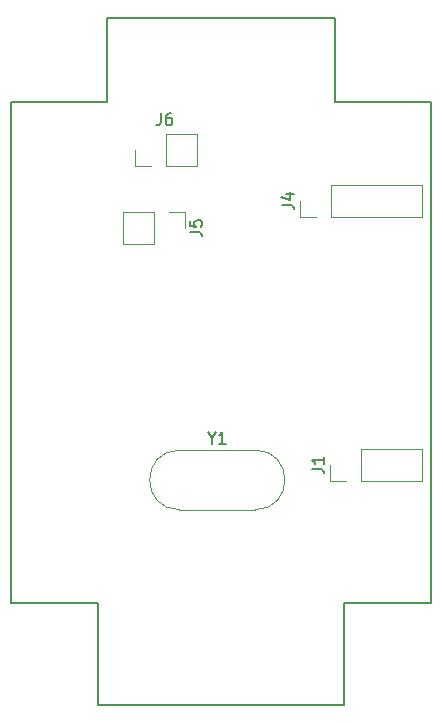
<source format=gbr>
%TF.GenerationSoftware,KiCad,Pcbnew,(5.0.2)-1*%
%TF.CreationDate,2019-05-13T13:04:59+03:00*%
%TF.ProjectId,timer,74696d65-722e-46b6-9963-61645f706362,rev?*%
%TF.SameCoordinates,Original*%
%TF.FileFunction,Legend,Top*%
%TF.FilePolarity,Positive*%
%FSLAX46Y46*%
G04 Gerber Fmt 4.6, Leading zero omitted, Abs format (unit mm)*
G04 Created by KiCad (PCBNEW (5.0.2)-1) date 13.05.2019 13:04:59*
%MOMM*%
%LPD*%
G01*
G04 APERTURE LIST*
%ADD10C,0.150000*%
%ADD11C,0.120000*%
G04 APERTURE END LIST*
D10*
X54102000Y-32004000D02*
X62230000Y-32004000D01*
X54102000Y-24892000D02*
X54102000Y-32004000D01*
X34798000Y-32004000D02*
X34798000Y-24892000D01*
X26670000Y-32004000D02*
X34798000Y-32004000D01*
X62230000Y-74422000D02*
X54864000Y-74422000D01*
X54864000Y-74422000D02*
X54864000Y-83058000D01*
X34036000Y-74422000D02*
X34036000Y-83058000D01*
X26670000Y-74422000D02*
X34036000Y-74422000D01*
X26670000Y-74422000D02*
X26670000Y-32004000D01*
X54864000Y-83058000D02*
X34036000Y-83058000D01*
X62230000Y-32004000D02*
X62230000Y-74422000D01*
X34798000Y-24892000D02*
X54102000Y-24892000D01*
D11*
X61401000Y-64068000D02*
X61401000Y-61408000D01*
X56261000Y-64068000D02*
X61401000Y-64068000D01*
X56261000Y-61408000D02*
X61401000Y-61408000D01*
X56261000Y-64068000D02*
X56261000Y-61408000D01*
X54991000Y-64068000D02*
X53661000Y-64068000D01*
X53661000Y-64068000D02*
X53661000Y-62738000D01*
X61401000Y-41716000D02*
X61401000Y-39056000D01*
X53721000Y-41716000D02*
X61401000Y-41716000D01*
X53721000Y-39056000D02*
X61401000Y-39056000D01*
X53721000Y-41716000D02*
X53721000Y-39056000D01*
X52451000Y-41716000D02*
X51121000Y-41716000D01*
X51121000Y-41716000D02*
X51121000Y-40386000D01*
X36135000Y-41342000D02*
X36135000Y-44002000D01*
X38735000Y-41342000D02*
X36135000Y-41342000D01*
X38735000Y-44002000D02*
X36135000Y-44002000D01*
X38735000Y-41342000D02*
X38735000Y-44002000D01*
X40005000Y-41342000D02*
X41335000Y-41342000D01*
X41335000Y-41342000D02*
X41335000Y-42672000D01*
X42351000Y-37398000D02*
X42351000Y-34738000D01*
X39751000Y-37398000D02*
X42351000Y-37398000D01*
X39751000Y-34738000D02*
X42351000Y-34738000D01*
X39751000Y-37398000D02*
X39751000Y-34738000D01*
X38481000Y-37398000D02*
X37151000Y-37398000D01*
X37151000Y-37398000D02*
X37151000Y-36068000D01*
X40896000Y-61483000D02*
X47296000Y-61483000D01*
X40896000Y-66533000D02*
X47296000Y-66533000D01*
X40896000Y-66533000D02*
G75*
G02X40896000Y-61483000I0J2525000D01*
G01*
X47296000Y-66533000D02*
G75*
G03X47296000Y-61483000I0J2525000D01*
G01*
D10*
X52113380Y-63071333D02*
X52827666Y-63071333D01*
X52970523Y-63118952D01*
X53065761Y-63214190D01*
X53113380Y-63357047D01*
X53113380Y-63452285D01*
X53113380Y-62071333D02*
X53113380Y-62642761D01*
X53113380Y-62357047D02*
X52113380Y-62357047D01*
X52256238Y-62452285D01*
X52351476Y-62547523D01*
X52399095Y-62642761D01*
X49573380Y-40719333D02*
X50287666Y-40719333D01*
X50430523Y-40766952D01*
X50525761Y-40862190D01*
X50573380Y-41005047D01*
X50573380Y-41100285D01*
X49906714Y-39814571D02*
X50573380Y-39814571D01*
X49525761Y-40052666D02*
X50240047Y-40290761D01*
X50240047Y-39671714D01*
X41787380Y-43005333D02*
X42501666Y-43005333D01*
X42644523Y-43052952D01*
X42739761Y-43148190D01*
X42787380Y-43291047D01*
X42787380Y-43386285D01*
X41787380Y-42052952D02*
X41787380Y-42529142D01*
X42263571Y-42576761D01*
X42215952Y-42529142D01*
X42168333Y-42433904D01*
X42168333Y-42195809D01*
X42215952Y-42100571D01*
X42263571Y-42052952D01*
X42358809Y-42005333D01*
X42596904Y-42005333D01*
X42692142Y-42052952D01*
X42739761Y-42100571D01*
X42787380Y-42195809D01*
X42787380Y-42433904D01*
X42739761Y-42529142D01*
X42692142Y-42576761D01*
X39290666Y-32980380D02*
X39290666Y-33694666D01*
X39243047Y-33837523D01*
X39147809Y-33932761D01*
X39004952Y-33980380D01*
X38909714Y-33980380D01*
X40195428Y-32980380D02*
X40004952Y-32980380D01*
X39909714Y-33028000D01*
X39862095Y-33075619D01*
X39766857Y-33218476D01*
X39719238Y-33408952D01*
X39719238Y-33789904D01*
X39766857Y-33885142D01*
X39814476Y-33932761D01*
X39909714Y-33980380D01*
X40100190Y-33980380D01*
X40195428Y-33932761D01*
X40243047Y-33885142D01*
X40290666Y-33789904D01*
X40290666Y-33551809D01*
X40243047Y-33456571D01*
X40195428Y-33408952D01*
X40100190Y-33361333D01*
X39909714Y-33361333D01*
X39814476Y-33408952D01*
X39766857Y-33456571D01*
X39719238Y-33551809D01*
X43619809Y-60459190D02*
X43619809Y-60935380D01*
X43286476Y-59935380D02*
X43619809Y-60459190D01*
X43953142Y-59935380D01*
X44810285Y-60935380D02*
X44238857Y-60935380D01*
X44524571Y-60935380D02*
X44524571Y-59935380D01*
X44429333Y-60078238D01*
X44334095Y-60173476D01*
X44238857Y-60221095D01*
M02*

</source>
